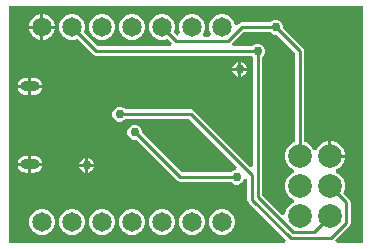
<source format=gbl>
G04*
G04 #@! TF.GenerationSoftware,Altium Limited,Altium Designer,24.9.1 (31)*
G04*
G04 Layer_Physical_Order=2*
G04 Layer_Color=16711680*
%FSLAX25Y25*%
%MOIN*%
G70*
G04*
G04 #@! TF.SameCoordinates,63D46F20-04D2-406D-A019-F368FE4B28ED*
G04*
G04*
G04 #@! TF.FilePolarity,Positive*
G04*
G01*
G75*
%ADD36C,0.01000*%
%ADD37C,0.06500*%
%ADD38C,0.07874*%
%ADD39O,0.06299X0.03543*%
%ADD40C,0.03000*%
G36*
X405584Y347881D02*
X406503Y347500D01*
X407337D01*
X413471Y341367D01*
Y311701D01*
X413094Y311601D01*
X411969Y310951D01*
X411049Y310031D01*
X410399Y308906D01*
X410063Y307650D01*
Y306350D01*
X410399Y305094D01*
X411049Y303969D01*
X411969Y303049D01*
X412822Y302556D01*
X412907Y302260D01*
Y301740D01*
X412822Y301444D01*
X411969Y300951D01*
X411049Y300031D01*
X410399Y298906D01*
X410063Y297650D01*
Y296350D01*
X410399Y295094D01*
X411049Y293969D01*
X411969Y293049D01*
X412822Y292556D01*
X412907Y292260D01*
Y291740D01*
X412822Y291444D01*
X411969Y290951D01*
X411049Y290031D01*
X410399Y288906D01*
X410100Y287788D01*
X409178Y287296D01*
X402529Y293944D01*
Y339994D01*
X403119Y340584D01*
X403500Y341503D01*
Y342497D01*
X403119Y343416D01*
X402416Y344119D01*
X401497Y344500D01*
X400503D01*
X399584Y344119D01*
X398994Y343529D01*
X392824D01*
X392410Y344529D01*
X396351Y348471D01*
X404994D01*
X405584Y347881D01*
D02*
G37*
G36*
X436000Y278000D02*
X427266D01*
X426852Y279000D01*
X431518Y283666D01*
X431850Y284163D01*
X431966Y284748D01*
Y291563D01*
X431850Y292148D01*
X431518Y292645D01*
X429406Y294757D01*
X429601Y295094D01*
X429937Y296350D01*
Y297650D01*
X429601Y298906D01*
X428951Y300031D01*
X428031Y300951D01*
X427177Y301444D01*
X427093Y301740D01*
Y302260D01*
X427177Y302556D01*
X428031Y303049D01*
X428951Y303969D01*
X429601Y305094D01*
X429937Y306350D01*
Y306500D01*
X425000D01*
Y307000D01*
X424500D01*
Y311937D01*
X424350D01*
X423094Y311601D01*
X421969Y310951D01*
X421049Y310031D01*
X420556Y309177D01*
X420260Y309093D01*
X419740D01*
X419444Y309177D01*
X418951Y310031D01*
X418031Y310951D01*
X416906Y311601D01*
X416529Y311701D01*
Y342000D01*
X416413Y342585D01*
X416081Y343081D01*
X409500Y349663D01*
Y350497D01*
X409119Y351416D01*
X408416Y352119D01*
X407497Y352500D01*
X406503D01*
X405584Y352119D01*
X404994Y351529D01*
X395718D01*
X395132Y351413D01*
X394636Y351081D01*
X394192Y350638D01*
X393134Y350993D01*
X392960Y351640D01*
X392401Y352610D01*
X391610Y353401D01*
X390640Y353960D01*
X389560Y354250D01*
X388440D01*
X387360Y353960D01*
X386390Y353401D01*
X385599Y352610D01*
X385040Y351640D01*
X384750Y350559D01*
Y349441D01*
X385040Y348360D01*
X385375Y347779D01*
X384878Y346779D01*
X383122D01*
X382625Y347779D01*
X382960Y348360D01*
X383250Y349441D01*
Y350559D01*
X382960Y351640D01*
X382401Y352610D01*
X381610Y353401D01*
X380640Y353960D01*
X379559Y354250D01*
X378440D01*
X377360Y353960D01*
X376390Y353401D01*
X375599Y352610D01*
X375040Y351640D01*
X374750Y350559D01*
Y349441D01*
X375040Y348360D01*
X375065Y348316D01*
X374540Y347255D01*
X373979Y347183D01*
X372903Y348260D01*
X372960Y348360D01*
X373250Y349441D01*
Y350559D01*
X372960Y351640D01*
X372401Y352610D01*
X371610Y353401D01*
X370640Y353960D01*
X369560Y354250D01*
X368441D01*
X367360Y353960D01*
X366390Y353401D01*
X365599Y352610D01*
X365040Y351640D01*
X364750Y350559D01*
Y349441D01*
X365040Y348360D01*
X365599Y347390D01*
X366390Y346599D01*
X367360Y346040D01*
X368441Y345750D01*
X369560D01*
X370640Y346040D01*
X370740Y346097D01*
X372308Y344529D01*
X371894Y343529D01*
X347634D01*
X342903Y348260D01*
X342960Y348360D01*
X343250Y349441D01*
Y350559D01*
X342960Y351640D01*
X342401Y352610D01*
X341610Y353401D01*
X340640Y353960D01*
X339560Y354250D01*
X338440D01*
X337360Y353960D01*
X336390Y353401D01*
X335599Y352610D01*
X335040Y351640D01*
X334750Y350559D01*
Y349441D01*
X335040Y348360D01*
X335599Y347390D01*
X336390Y346599D01*
X337360Y346040D01*
X338440Y345750D01*
X339560D01*
X340640Y346040D01*
X340740Y346097D01*
X345919Y340919D01*
X346415Y340587D01*
X347000Y340471D01*
X398994D01*
X399471Y339994D01*
Y303656D01*
X398547Y303273D01*
X379738Y322081D01*
X379242Y322413D01*
X378657Y322529D01*
X357006D01*
X356416Y323119D01*
X355497Y323500D01*
X354503D01*
X353584Y323119D01*
X352881Y322416D01*
X352500Y321497D01*
Y320503D01*
X352881Y319584D01*
X353584Y318881D01*
X354503Y318500D01*
X355497D01*
X356416Y318881D01*
X357006Y319471D01*
X378023D01*
X393994Y303500D01*
X393580Y302500D01*
X393503D01*
X392584Y302119D01*
X391994Y301529D01*
X375634D01*
X362500Y314663D01*
Y315497D01*
X362119Y316416D01*
X361416Y317119D01*
X360497Y317500D01*
X359503D01*
X358584Y317119D01*
X357881Y316416D01*
X357500Y315497D01*
Y314503D01*
X357881Y313584D01*
X358584Y312881D01*
X359503Y312500D01*
X360337D01*
X373919Y298919D01*
X374415Y298587D01*
X375000Y298471D01*
X391994D01*
X392584Y297881D01*
X393503Y297500D01*
X394497D01*
X395416Y297881D01*
X396119Y298584D01*
X396500Y299503D01*
X397471Y299432D01*
Y292482D01*
X397587Y291897D01*
X397919Y291401D01*
X410320Y279000D01*
X409905Y278000D01*
X318000D01*
Y357000D01*
X436000D01*
Y278000D01*
D02*
G37*
%LPC*%
G36*
X329559Y354250D02*
X329500D01*
Y350500D01*
X333250D01*
Y350559D01*
X332960Y351640D01*
X332401Y352610D01*
X331610Y353401D01*
X330640Y353960D01*
X329559Y354250D01*
D02*
G37*
G36*
X328500D02*
X328440D01*
X327360Y353960D01*
X326390Y353401D01*
X325599Y352610D01*
X325040Y351640D01*
X324750Y350559D01*
Y350500D01*
X328500D01*
Y354250D01*
D02*
G37*
G36*
X359559D02*
X358440D01*
X357360Y353960D01*
X356390Y353401D01*
X355599Y352610D01*
X355040Y351640D01*
X354750Y350559D01*
Y349441D01*
X355040Y348360D01*
X355599Y347390D01*
X356390Y346599D01*
X357360Y346040D01*
X358440Y345750D01*
X359559D01*
X360640Y346040D01*
X361610Y346599D01*
X362401Y347390D01*
X362960Y348360D01*
X363250Y349441D01*
Y350559D01*
X362960Y351640D01*
X362401Y352610D01*
X361610Y353401D01*
X360640Y353960D01*
X359559Y354250D01*
D02*
G37*
G36*
X349559D02*
X348441D01*
X347360Y353960D01*
X346390Y353401D01*
X345599Y352610D01*
X345040Y351640D01*
X344750Y350559D01*
Y349441D01*
X345040Y348360D01*
X345599Y347390D01*
X346390Y346599D01*
X347360Y346040D01*
X348441Y345750D01*
X349559D01*
X350640Y346040D01*
X351610Y346599D01*
X352401Y347390D01*
X352960Y348360D01*
X353250Y349441D01*
Y350559D01*
X352960Y351640D01*
X352401Y352610D01*
X351610Y353401D01*
X350640Y353960D01*
X349559Y354250D01*
D02*
G37*
G36*
X333250Y349500D02*
X329500D01*
Y345750D01*
X329559D01*
X330640Y346040D01*
X331610Y346599D01*
X332401Y347390D01*
X332960Y348360D01*
X333250Y349441D01*
Y349500D01*
D02*
G37*
G36*
X328500D02*
X324750D01*
Y349441D01*
X325040Y348360D01*
X325599Y347390D01*
X326390Y346599D01*
X327360Y346040D01*
X328440Y345750D01*
X328500D01*
Y349500D01*
D02*
G37*
G36*
X395500Y338499D02*
Y336500D01*
X397499D01*
X397119Y337416D01*
X396416Y338119D01*
X395500Y338499D01*
D02*
G37*
G36*
X394500D02*
X393584Y338119D01*
X392881Y337416D01*
X392501Y336500D01*
X394500D01*
Y338499D01*
D02*
G37*
G36*
X397499Y335500D02*
X395500D01*
Y333501D01*
X396416Y333881D01*
X397119Y334584D01*
X397499Y335500D01*
D02*
G37*
G36*
X394500D02*
X392501D01*
X392881Y334584D01*
X393584Y333881D01*
X394500Y333501D01*
Y335500D01*
D02*
G37*
G36*
X326378Y333012D02*
X325500D01*
Y330716D01*
X329108D01*
X329078Y330940D01*
X328799Y331614D01*
X328355Y332193D01*
X327776Y332638D01*
X327101Y332917D01*
X326378Y333012D01*
D02*
G37*
G36*
X324500D02*
X323622D01*
X322899Y332917D01*
X322224Y332638D01*
X321645Y332193D01*
X321201Y331614D01*
X320922Y330940D01*
X320892Y330716D01*
X324500D01*
Y333012D01*
D02*
G37*
G36*
X329108Y329716D02*
X325500D01*
Y327421D01*
X326378D01*
X327101Y327516D01*
X327776Y327796D01*
X328355Y328240D01*
X328799Y328819D01*
X329078Y329493D01*
X329108Y329716D01*
D02*
G37*
G36*
X324500D02*
X320892D01*
X320922Y329493D01*
X321201Y328819D01*
X321645Y328240D01*
X322224Y327796D01*
X322899Y327516D01*
X323622Y327421D01*
X324500D01*
Y329716D01*
D02*
G37*
G36*
X425650Y311937D02*
X425500D01*
Y307500D01*
X429937D01*
Y307650D01*
X429601Y308906D01*
X428951Y310031D01*
X428031Y310951D01*
X426906Y311601D01*
X425650Y311937D01*
D02*
G37*
G36*
X326378Y307028D02*
X325500D01*
Y304732D01*
X329108D01*
X329078Y304956D01*
X328799Y305630D01*
X328355Y306209D01*
X327776Y306653D01*
X327101Y306933D01*
X326378Y307028D01*
D02*
G37*
G36*
X324500D02*
X323622D01*
X322899Y306933D01*
X322224Y306653D01*
X321645Y306209D01*
X321201Y305630D01*
X320922Y304956D01*
X320892Y304732D01*
X324500D01*
Y307028D01*
D02*
G37*
G36*
X344500Y306499D02*
Y304500D01*
X346499D01*
X346119Y305416D01*
X345416Y306119D01*
X344500Y306499D01*
D02*
G37*
G36*
X343500D02*
X342584Y306119D01*
X341881Y305416D01*
X341501Y304500D01*
X343500D01*
Y306499D01*
D02*
G37*
G36*
X346499Y303500D02*
X344500D01*
Y301501D01*
X345416Y301881D01*
X346119Y302584D01*
X346499Y303500D01*
D02*
G37*
G36*
X343500D02*
X341501D01*
X341881Y302584D01*
X342584Y301881D01*
X343500Y301501D01*
Y303500D01*
D02*
G37*
G36*
X329108Y303732D02*
X325500D01*
Y301437D01*
X326378D01*
X327101Y301532D01*
X327776Y301811D01*
X328355Y302256D01*
X328799Y302835D01*
X329078Y303509D01*
X329108Y303732D01*
D02*
G37*
G36*
X324500D02*
X320892D01*
X320922Y303509D01*
X321201Y302835D01*
X321645Y302256D01*
X322224Y301811D01*
X322899Y301532D01*
X323622Y301437D01*
X324500D01*
Y303732D01*
D02*
G37*
G36*
X389560Y289250D02*
X388440D01*
X387360Y288960D01*
X386390Y288401D01*
X385599Y287610D01*
X385040Y286640D01*
X384750Y285560D01*
Y284440D01*
X385040Y283360D01*
X385599Y282390D01*
X386390Y281599D01*
X387360Y281040D01*
X388440Y280750D01*
X389560D01*
X390640Y281040D01*
X391610Y281599D01*
X392401Y282390D01*
X392960Y283360D01*
X393250Y284440D01*
Y285560D01*
X392960Y286640D01*
X392401Y287610D01*
X391610Y288401D01*
X390640Y288960D01*
X389560Y289250D01*
D02*
G37*
G36*
X379559D02*
X378440D01*
X377360Y288960D01*
X376390Y288401D01*
X375599Y287610D01*
X375040Y286640D01*
X374750Y285560D01*
Y284440D01*
X375040Y283360D01*
X375599Y282390D01*
X376390Y281599D01*
X377360Y281040D01*
X378440Y280750D01*
X379559D01*
X380640Y281040D01*
X381610Y281599D01*
X382401Y282390D01*
X382960Y283360D01*
X383250Y284440D01*
Y285560D01*
X382960Y286640D01*
X382401Y287610D01*
X381610Y288401D01*
X380640Y288960D01*
X379559Y289250D01*
D02*
G37*
G36*
X369560D02*
X368441D01*
X367360Y288960D01*
X366390Y288401D01*
X365599Y287610D01*
X365040Y286640D01*
X364750Y285560D01*
Y284440D01*
X365040Y283360D01*
X365599Y282390D01*
X366390Y281599D01*
X367360Y281040D01*
X368441Y280750D01*
X369560D01*
X370640Y281040D01*
X371610Y281599D01*
X372401Y282390D01*
X372960Y283360D01*
X373250Y284440D01*
Y285560D01*
X372960Y286640D01*
X372401Y287610D01*
X371610Y288401D01*
X370640Y288960D01*
X369560Y289250D01*
D02*
G37*
G36*
X359559D02*
X358440D01*
X357360Y288960D01*
X356390Y288401D01*
X355599Y287610D01*
X355040Y286640D01*
X354750Y285560D01*
Y284440D01*
X355040Y283360D01*
X355599Y282390D01*
X356390Y281599D01*
X357360Y281040D01*
X358440Y280750D01*
X359559D01*
X360640Y281040D01*
X361610Y281599D01*
X362401Y282390D01*
X362960Y283360D01*
X363250Y284440D01*
Y285560D01*
X362960Y286640D01*
X362401Y287610D01*
X361610Y288401D01*
X360640Y288960D01*
X359559Y289250D01*
D02*
G37*
G36*
X349559D02*
X348441D01*
X347360Y288960D01*
X346390Y288401D01*
X345599Y287610D01*
X345040Y286640D01*
X344750Y285560D01*
Y284440D01*
X345040Y283360D01*
X345599Y282390D01*
X346390Y281599D01*
X347360Y281040D01*
X348441Y280750D01*
X349559D01*
X350640Y281040D01*
X351610Y281599D01*
X352401Y282390D01*
X352960Y283360D01*
X353250Y284440D01*
Y285560D01*
X352960Y286640D01*
X352401Y287610D01*
X351610Y288401D01*
X350640Y288960D01*
X349559Y289250D01*
D02*
G37*
G36*
X339560D02*
X338440D01*
X337360Y288960D01*
X336390Y288401D01*
X335599Y287610D01*
X335040Y286640D01*
X334750Y285560D01*
Y284440D01*
X335040Y283360D01*
X335599Y282390D01*
X336390Y281599D01*
X337360Y281040D01*
X338440Y280750D01*
X339560D01*
X340640Y281040D01*
X341610Y281599D01*
X342401Y282390D01*
X342960Y283360D01*
X343250Y284440D01*
Y285560D01*
X342960Y286640D01*
X342401Y287610D01*
X341610Y288401D01*
X340640Y288960D01*
X339560Y289250D01*
D02*
G37*
G36*
X329559D02*
X328440D01*
X327360Y288960D01*
X326390Y288401D01*
X325599Y287610D01*
X325040Y286640D01*
X324750Y285560D01*
Y284440D01*
X325040Y283360D01*
X325599Y282390D01*
X326390Y281599D01*
X327360Y281040D01*
X328440Y280750D01*
X329559D01*
X330640Y281040D01*
X331610Y281599D01*
X332401Y282390D01*
X332960Y283360D01*
X333250Y284440D01*
Y285560D01*
X332960Y286640D01*
X332401Y287610D01*
X331610Y288401D01*
X330640Y288960D01*
X329559Y289250D01*
D02*
G37*
%LPD*%
D36*
X355000Y321000D02*
X378657D01*
X399000Y300657D01*
Y292482D02*
Y300657D01*
Y292482D02*
X411919Y279563D01*
X425252D01*
X430437Y284748D01*
Y291563D01*
X425000Y297000D02*
X430437Y291563D01*
X401000Y293311D02*
Y342000D01*
Y293311D02*
X412748Y281563D01*
X419563D01*
X425000Y287000D01*
X360000Y315000D02*
X375000Y300000D01*
X394000D01*
X390967Y345250D02*
X395718Y350000D01*
X369000D02*
X373750Y345250D01*
X390967D01*
X395718Y350000D02*
X407000D01*
X415000Y307000D02*
Y342000D01*
X407000Y350000D02*
X415000Y342000D01*
X339000Y350000D02*
X347000Y342000D01*
X401000D01*
D37*
X329000Y350000D02*
D03*
X349000D02*
D03*
X359000D02*
D03*
X369000D02*
D03*
X379000D02*
D03*
X389000D02*
D03*
X339000D02*
D03*
X329000Y285000D02*
D03*
X349000D02*
D03*
X359000D02*
D03*
X369000D02*
D03*
X379000D02*
D03*
X389000D02*
D03*
X339000D02*
D03*
D38*
X415000Y287000D02*
D03*
Y297000D02*
D03*
Y307000D02*
D03*
X425000D02*
D03*
Y297000D02*
D03*
Y287000D02*
D03*
D39*
X325000Y304232D02*
D03*
Y330217D02*
D03*
D40*
X355000Y321000D02*
D03*
X360000Y315000D02*
D03*
X394000Y300000D02*
D03*
X407000Y350000D02*
D03*
X401000Y342000D02*
D03*
X395000Y336000D02*
D03*
X344000Y304000D02*
D03*
M02*

</source>
